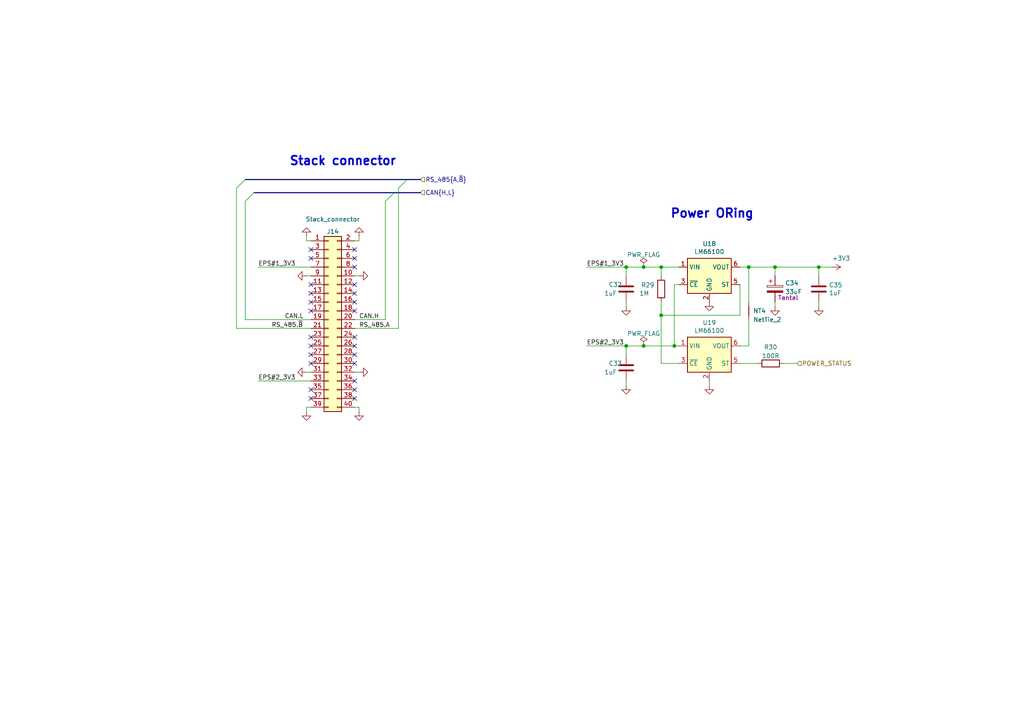
<source format=kicad_sch>
(kicad_sch (version 20211123) (generator eeschema)
  (paper "A4")
  (title_block (title "BUTCube - Flight controller") (date "2022-03-11") (rev "v1.0") (comment 1 "Author: Petr Malaník"))
  (lib_symbols
    (symbol "Connector_Generic:Conn_02x20_Odd_Even" (pin_names (offset 1.016) hide)
      (property "Reference" "J" (at 1.27 25.4 0))
      (property "Value" "Conn_02x20_Odd_Even" (at 1.27 -27.94 0))
      (symbol "Conn_02x20_Odd_Even_1_1"
        (rectangle (start -1.27 -25.273) (end 0 -25.527) (stroke (width 0.1524)))
        (rectangle (start -1.27 -22.733) (end 0 -22.987) (stroke (width 0.1524)))
        (rectangle (start -1.27 -20.193) (end 0 -20.447) (stroke (width 0.1524)))
        (rectangle (start -1.27 -17.653) (end 0 -17.907) (stroke (width 0.1524)))
        (rectangle (start -1.27 -15.113) (end 0 -15.367) (stroke (width 0.1524)))
        (rectangle (start -1.27 -12.573) (end 0 -12.827) (stroke (width 0.1524)))
        (rectangle (start -1.27 -10.033) (end 0 -10.287) (stroke (width 0.1524)))
        (rectangle (start -1.27 -7.493) (end 0 -7.747) (stroke (width 0.1524)))
        (rectangle (start -1.27 -4.953) (end 0 -5.207) (stroke (width 0.1524)))
        (rectangle (start -1.27 -2.413) (end 0 -2.667) (stroke (width 0.1524)))
        (rectangle (start -1.27 0.127) (end 0 -0.127) (stroke (width 0.1524)))
        (rectangle (start -1.27 2.667) (end 0 2.413) (stroke (width 0.1524)))
        (rectangle (start -1.27 5.207) (end 0 4.953) (stroke (width 0.1524)))
        (rectangle (start -1.27 7.747) (end 0 7.493) (stroke (width 0.1524)))
        (rectangle (start -1.27 10.287) (end 0 10.033) (stroke (width 0.1524)))
        (rectangle (start -1.27 12.827) (end 0 12.573) (stroke (width 0.1524)))
        (rectangle (start -1.27 15.367) (end 0 15.113) (stroke (width 0.1524)))
        (rectangle (start -1.27 17.907) (end 0 17.653) (stroke (width 0.1524)))
        (rectangle (start -1.27 20.447) (end 0 20.193) (stroke (width 0.1524)))
        (rectangle (start -1.27 22.987) (end 0 22.733) (stroke (width 0.1524)))
        (rectangle (start -1.27 24.13) (end 3.81 -26.67) (stroke (width 0.254)) (fill (type background)))
        (rectangle (start 3.81 -25.273) (end 2.54 -25.527) (stroke (width 0.1524)))
        (rectangle (start 3.81 -22.733) (end 2.54 -22.987) (stroke (width 0.1524)))
        (rectangle (start 3.81 -20.193) (end 2.54 -20.447) (stroke (width 0.1524)))
        (rectangle (start 3.81 -17.653) (end 2.54 -17.907) (stroke (width 0.1524)))
        (rectangle (start 3.81 -15.113) (end 2.54 -15.367) (stroke (width 0.1524)))
        (rectangle (start 3.81 -12.573) (end 2.54 -12.827) (stroke (width 0.1524)))
        (rectangle (start 3.81 -10.033) (end 2.54 -10.287) (stroke (width 0.1524)))
        (rectangle (start 3.81 -7.493) (end 2.54 -7.747) (stroke (width 0.1524)))
        (rectangle (start 3.81 -4.953) (end 2.54 -5.207) (stroke (width 0.1524)))
        (rectangle (start 3.81 -2.413) (end 2.54 -2.667) (stroke (width 0.1524)))
        (rectangle (start 3.81 0.127) (end 2.54 -0.127) (stroke (width 0.1524)))
        (rectangle (start 3.81 2.667) (end 2.54 2.413) (stroke (width 0.1524)))
        (rectangle (start 3.81 5.207) (end 2.54 4.953) (stroke (width 0.1524)))
        (rectangle (start 3.81 7.747) (end 2.54 7.493) (stroke (width 0.1524)))
        (rectangle (start 3.81 10.287) (end 2.54 10.033) (stroke (width 0.1524)))
        (rectangle (start 3.81 12.827) (end 2.54 12.573) (stroke (width 0.1524)))
        (rectangle (start 3.81 15.367) (end 2.54 15.113) (stroke (width 0.1524)))
        (rectangle (start 3.81 17.907) (end 2.54 17.653) (stroke (width 0.1524)))
        (rectangle (start 3.81 20.447) (end 2.54 20.193) (stroke (width 0.1524)))
        (rectangle (start 3.81 22.987) (end 2.54 22.733) (stroke (width 0.1524)))
        (pin passive line (at -5.08 22.86 0) (length 3.81) (name "Pin_1") (number "1"))
        (pin passive line (at 7.62 12.7 180) (length 3.81) (name "Pin_10") (number "10"))
        (pin passive line (at -5.08 10.16 0) (length 3.81) (name "Pin_11") (number "11"))
        (pin passive line (at 7.62 10.16 180) (length 3.81) (name "Pin_12") (number "12"))
        (pin passive line (at -5.08 7.62 0) (length 3.81) (name "Pin_13") (number "13"))
        (pin passive line (at 7.62 7.62 180) (length 3.81) (name "Pin_14") (number "14"))
        (pin passive line (at -5.08 5.08 0) (length 3.81) (name "Pin_15") (number "15"))
        (pin passive line (at 7.62 5.08 180) (length 3.81) (name "Pin_16") (number "16"))
        (pin passive line (at -5.08 2.54 0) (length 3.81) (name "Pin_17") (number "17"))
        (pin passive line (at 7.62 2.54 180) (length 3.81) (name "Pin_18") (number "18"))
        (pin passive line (at -5.08 0 0) (length 3.81) (name "Pin_19") (number "19"))
        (pin passive line (at 7.62 22.86 180) (length 3.81) (name "Pin_2") (number "2"))
        (pin passive line (at 7.62 0 180) (length 3.81) (name "Pin_20") (number "20"))
        (pin passive line (at -5.08 -2.54 0) (length 3.81) (name "Pin_21") (number "21"))
        (pin passive line (at 7.62 -2.54 180) (length 3.81) (name "Pin_22") (number "22"))
        (pin passive line (at -5.08 -5.08 0) (length 3.81) (name "Pin_23") (number "23"))
        (pin passive line (at 7.62 -5.08 180) (length 3.81) (name "Pin_24") (number "24"))
        (pin passive line (at -5.08 -7.62 0) (length 3.81) (name "Pin_25") (number "25"))
        (pin passive line (at 7.62 -7.62 180) (length 3.81) (name "Pin_26") (number "26"))
        (pin passive line (at -5.08 -10.16 0) (length 3.81) (name "Pin_27") (number "27"))
        (pin passive line (at 7.62 -10.16 180) (length 3.81) (name "Pin_28") (number "28"))
        (pin passive line (at -5.08 -12.7 0) (length 3.81) (name "Pin_29") (number "29"))
        (pin passive line (at -5.08 20.32 0) (length 3.81) (name "Pin_3") (number "3"))
        (pin passive line (at 7.62 -12.7 180) (length 3.81) (name "Pin_30") (number "30"))
        (pin passive line (at -5.08 -15.24 0) (length 3.81) (name "Pin_31") (number "31"))
        (pin passive line (at 7.62 -15.24 180) (length 3.81) (name "Pin_32") (number "32"))
        (pin passive line (at -5.08 -17.78 0) (length 3.81) (name "Pin_33") (number "33"))
        (pin passive line (at 7.62 -17.78 180) (length 3.81) (name "Pin_34") (number "34"))
        (pin passive line (at -5.08 -20.32 0) (length 3.81) (name "Pin_35") (number "35"))
        (pin passive line (at 7.62 -20.32 180) (length 3.81) (name "Pin_36") (number "36"))
        (pin passive line (at -5.08 -22.86 0) (length 3.81) (name "Pin_37") (number "37"))
        (pin passive line (at 7.62 -22.86 180) (length 3.81) (name "Pin_38") (number "38"))
        (pin passive line (at -5.08 -25.4 0) (length 3.81) (name "Pin_39") (number "39"))
        (pin passive line (at 7.62 20.32 180) (length 3.81) (name "Pin_4") (number "4"))
        (pin passive line (at 7.62 -25.4 180) (length 3.81) (name "Pin_40") (number "40"))
        (pin passive line (at -5.08 17.78 0) (length 3.81) (name "Pin_5") (number "5"))
        (pin passive line (at 7.62 17.78 180) (length 3.81) (name "Pin_6") (number "6"))
        (pin passive line (at -5.08 15.24 0) (length 3.81) (name "Pin_7") (number "7"))
        (pin passive line (at 7.62 15.24 180) (length 3.81) (name "Pin_8") (number "8"))
        (pin passive line (at -5.08 12.7 0) (length 3.81) (name "Pin_9") (number "9"))
      )
    )
    (symbol "Device:C" (pin_numbers hide) (pin_names (offset 0.254))
      (property "Reference" "C" (at 0.635 2.54 0))
      (property "Value" "C" (at 0.635 -2.54 0))
      (symbol "C_0_1"
        (polyline (pts (xy -2.032 -0.762) (xy 2.032 -0.762)) (stroke (width 0.508)))
        (polyline (pts (xy -2.032 0.762) (xy 2.032 0.762)) (stroke (width 0.508)))
      )
      (symbol "C_1_1"
        (pin passive line (at 0 3.81 270) (length 2.794) (name "~") (number "1"))
        (pin passive line (at 0 -3.81 90) (length 2.794) (name "~") (number "2"))
      )
    )
    (symbol "Device:C_Polarized" (pin_numbers hide) (pin_names (offset 0.254))
      (property "Reference" "C" (at 0.635 2.54 0))
      (property "Value" "C_Polarized" (at 0.635 -2.54 0))
      (symbol "C_Polarized_0_1"
        (rectangle (start -2.286 0.508) (end 2.286 1.016))
        (polyline (pts (xy -1.778 2.286) (xy -0.762 2.286)))
        (polyline (pts (xy -1.27 2.794) (xy -1.27 1.778)))
        (rectangle (start 2.286 -0.508) (end -2.286 -1.016) (fill (type outline)))
      )
      (symbol "C_Polarized_1_1"
        (pin passive line (at 0 3.81 270) (length 2.794) (name "~") (number "1"))
        (pin passive line (at 0 -3.81 90) (length 2.794) (name "~") (number "2"))
      )
    )
    (symbol "Device:NetTie_2" (pin_numbers hide) (pin_names (offset 0) hide)
      (property "Reference" "NT" (at 0 1.27 0))
      (property "Value" "NetTie_2" (at 0 -1.27 0))
      (symbol "NetTie_2_0_1"
        (polyline (pts (xy -1.27 0) (xy 1.27 0)) (stroke (width 0.254)))
      )
      (symbol "NetTie_2_1_1"
        (pin passive line (at -2.54 0 0) (length 2.54) (name "1") (number "1"))
        (pin passive line (at 2.54 0 180) (length 2.54) (name "2") (number "2"))
      )
    )
    (symbol "Device:R" (pin_numbers hide) (pin_names (offset 0))
      (property "Reference" "R" (at 2.032 0 90))
      (property "Value" "R" (at 0 0 90))
      (symbol "R_0_1"
        (rectangle (start -1.016 -2.54) (end 1.016 2.54) (stroke (width 0.254)))
      )
      (symbol "R_1_1"
        (pin passive line (at 0 3.81 270) (length 1.27) (name "~") (number "1"))
        (pin passive line (at 0 -3.81 90) (length 1.27) (name "~") (number "2"))
      )
    )
    (symbol "TCY_power_management:LM66100"
      (property "Reference" "U" (at 0 6.35 0))
      (property "Value" "LM66100" (at 0 8.89 0))
      (symbol "LM66100_0_1"
        (rectangle (start -6.35 5.08) (end 6.35 -5.08) (stroke (width 0.254)) (fill (type background)))
      )
      (symbol "LM66100_1_1"
        (pin power_in line (at -8.89 2.54 0) (length 2.54) (name "VIN") (number "1"))
        (pin passive line (at 0 -7.62 90) (length 2.54) (name "GND") (number "2"))
        (pin input line (at -8.89 -2.54 0) (length 2.54) (name "~{CE}") (number "3"))
        (pin output line (at 8.89 -2.54 180) (length 2.54) (name "ST") (number "5"))
        (pin power_out line (at 8.89 2.54 180) (length 2.54) (name "VOUT") (number "6"))
      )
    )
    (symbol "power:+3.3V" (power) (pin_names (offset 0))
      (property "Value" "+3.3V" (at 0 3.556 0))
      (symbol "+3.3V_0_1"
        (polyline (pts (xy -0.762 1.27) (xy 0 2.54)))
        (polyline (pts (xy 0 0) (xy 0 2.54)))
        (polyline (pts (xy 0 2.54) (xy 0.762 1.27)))
      )
      (symbol "+3.3V_1_1"
        (pin power_in line (at 0 0 90) (length 0) hide (name "+3V3") (number "1"))
      )
    )
    (symbol "power:GND" (power) (pin_names (offset 0))
      (property "Value" "GND" (at 0 -3.81 0))
      (symbol "GND_0_1"
        (polyline (pts (xy 0 0) (xy 0 -1.27) (xy 1.27 -1.27) (xy 0 -2.54) (xy -1.27 -1.27) (xy 0 -1.27)))
      )
      (symbol "GND_1_1"
        (pin power_in line (at 0 0 270) (length 0) hide (name "GND") (number "1"))
      )
    )
    (symbol "power:PWR_FLAG" (power) (pin_numbers hide) (pin_names (offset 0) hide)
      (property "Value" "PWR_FLAG" (at 0 3.81 0))
      (symbol "PWR_FLAG_0_0"
        (pin power_out line (at 0 0 90) (length 0) (name "pwr") (number "1"))
      )
      (symbol "PWR_FLAG_0_1"
        (polyline (pts (xy 0 0) (xy 0 1.27) (xy -1.016 1.905) (xy 0 2.54) (xy 1.016 1.905) (xy 0 1.27)))
      )
    )
  )
  (junction (at 237.49 77.47))
  (junction (at 181.61 77.47))
  (junction (at 195.58 100.33) (diameter 0.9144))
  (junction (at 186.69 100.33))
  (junction (at 191.77 77.47) (diameter 0.9144))
  (junction (at 186.69 77.47))
  (junction (at 191.77 91.44) (diameter 0.9144))
  (junction (at 224.79 77.47))
  (junction (at 181.61 100.33))
  (junction (at 217.17 77.47))
  (no_connect (at 102.87 85.09))
  (no_connect (at 90.17 82.55))
  (no_connect (at 102.87 105.41))
  (no_connect (at 90.17 97.79))
  (no_connect (at 102.87 102.87))
  (no_connect (at 90.17 113.03))
  (no_connect (at 102.87 110.49))
  (no_connect (at 90.17 115.57))
  (no_connect (at 102.87 97.79))
  (no_connect (at 102.87 90.17))
  (no_connect (at 90.17 74.93))
  (no_connect (at 102.87 113.03))
  (no_connect (at 102.87 87.63))
  (no_connect (at 90.17 85.09))
  (no_connect (at 102.87 74.93))
  (no_connect (at 90.17 90.17))
  (no_connect (at 90.17 72.39))
  (no_connect (at 102.87 72.39))
  (no_connect (at 90.17 105.41))
  (no_connect (at 90.17 102.87))
  (no_connect (at 102.87 77.47))
  (no_connect (at 102.87 115.57))
  (no_connect (at 102.87 82.55))
  (no_connect (at 102.87 100.33))
  (no_connect (at 90.17 100.33))
  (no_connect (at 90.17 87.63))
  (bus_entry (at 118.11 52.07) (size -2.54 2.54))
  (bus_entry (at 114.3 55.88) (size -2.54 2.54))
  (bus_entry (at 71.12 52.07) (size -2.54 2.54))
  (bus_entry (at 73.66 55.88) (size -2.54 2.54))
  (wire (pts (xy 102.87 118.11) (xy 104.14 118.11)))
  (wire (pts (xy 191.77 105.41) (xy 196.85 105.41)))
  (wire (pts (xy 88.9 119.38) (xy 88.9 118.11)))
  (wire (pts (xy 181.61 77.47) (xy 181.61 80.01)))
  (wire (pts (xy 195.58 100.33) (xy 196.85 100.33)))
  (wire (pts (xy 217.17 92.71) (xy 217.17 100.33)))
  (wire (pts (xy 170.18 77.47) (xy 181.61 77.47)))
  (wire (pts (xy 102.87 80.01) (xy 104.14 80.01)))
  (wire (pts (xy 186.69 77.47) (xy 191.77 77.47)))
  (wire (pts (xy 217.17 77.47) (xy 217.17 87.63)))
  (wire (pts (xy 104.14 69.85) (xy 104.14 68.58)))
  (wire (pts (xy 186.69 100.33) (xy 195.58 100.33)))
  (bus (pts (xy 71.12 52.07) (xy 118.11 52.07)))
  (wire (pts (xy 205.74 110.49) (xy 205.74 111.76)))
  (wire (pts (xy 90.17 80.01) (xy 88.9 80.01)))
  (wire (pts (xy 191.77 91.44) (xy 191.77 105.41)))
  (wire (pts (xy 181.61 100.33) (xy 181.61 102.87)))
  (wire (pts (xy 71.12 58.42) (xy 71.12 92.71)))
  (wire (pts (xy 237.49 77.47) (xy 241.3 77.47)))
  (wire (pts (xy 102.87 69.85) (xy 104.14 69.85)))
  (wire (pts (xy 237.49 87.63) (xy 237.49 88.9)))
  (wire (pts (xy 102.87 107.95) (xy 104.14 107.95)))
  (wire (pts (xy 181.61 77.47) (xy 186.69 77.47)))
  (wire (pts (xy 90.17 107.95) (xy 88.9 107.95)))
  (wire (pts (xy 224.79 87.63) (xy 224.79 88.9)))
  (wire (pts (xy 217.17 77.47) (xy 224.79 77.47)))
  (wire (pts (xy 214.63 100.33) (xy 217.17 100.33)))
  (wire (pts (xy 191.77 91.44) (xy 214.63 91.44)))
  (wire (pts (xy 181.61 87.63) (xy 181.61 88.9)))
  (wire (pts (xy 71.12 92.71) (xy 90.17 92.71)))
  (wire (pts (xy 196.85 82.55) (xy 195.58 82.55)))
  (wire (pts (xy 214.63 91.44) (xy 214.63 82.55)))
  (wire (pts (xy 191.77 77.47) (xy 191.77 80.01)))
  (wire (pts (xy 74.93 77.47) (xy 90.17 77.47)))
  (wire (pts (xy 214.63 77.47) (xy 217.17 77.47)))
  (wire (pts (xy 191.77 77.47) (xy 196.85 77.47)))
  (wire (pts (xy 224.79 77.47) (xy 237.49 77.47)))
  (wire (pts (xy 102.87 95.25) (xy 115.57 95.25)))
  (wire (pts (xy 102.87 92.71) (xy 111.76 92.71)))
  (wire (pts (xy 111.76 58.42) (xy 111.76 92.71)))
  (wire (pts (xy 104.14 118.11) (xy 104.14 119.38)))
  (wire (pts (xy 88.9 118.11) (xy 90.17 118.11)))
  (bus (pts (xy 114.3 55.88) (xy 121.92 55.88)))
  (wire (pts (xy 195.58 82.55) (xy 195.58 100.33)))
  (wire (pts (xy 181.61 110.49) (xy 181.61 111.76)))
  (wire (pts (xy 237.49 77.47) (xy 237.49 80.01)))
  (bus (pts (xy 73.66 55.88) (xy 114.3 55.88)))
  (wire (pts (xy 115.57 54.61) (xy 115.57 95.25)))
  (bus (pts (xy 118.11 52.07) (xy 121.92 52.07)))
  (wire (pts (xy 191.77 87.63) (xy 191.77 91.44)))
  (wire (pts (xy 170.18 100.33) (xy 181.61 100.33)))
  (wire (pts (xy 214.63 105.41) (xy 219.71 105.41)))
  (wire (pts (xy 88.9 68.58) (xy 88.9 69.85)))
  (wire (pts (xy 88.9 69.85) (xy 90.17 69.85)))
  (wire (pts (xy 74.93 110.49) (xy 90.17 110.49)))
  (wire (pts (xy 181.61 100.33) (xy 186.69 100.33)))
  (wire (pts (xy 224.79 77.47) (xy 224.79 80.01)))
  (wire (pts (xy 227.33 105.41) (xy 231.14 105.41)))
  (wire (pts (xy 68.58 95.25) (xy 90.17 95.25)))
  (wire (pts (xy 68.58 54.61) (xy 68.58 95.25)))
  (text "Stack connector" (at 83.82 48.26 0) (effects (font (size 2.5 2.5) (thickness 0.5) bold) (justify left bottom)))
  (text "Power ORing" (at 194.31 63.5 0) (effects (font (size 2.5 2.5) (thickness 0.5) bold) (justify left bottom)))
  (label "EPS#1_3V3" (at 74.93 77.47 0))
  (label "CAN.L" (at 82.55 92.71 0))
  (label "RS_485.~{B}" (at 78.74 95.25 0))
  (label "CAN.H" (at 104.14 92.71 0))
  (label "EPS#1_3V3" (at 170.18 77.47 0))
  (label "RS_485.A" (at 104.14 95.25 0))
  (label "EPS#2_3V3" (at 74.93 110.49 0))
  (label "EPS#2_3V3" (at 170.18 100.33 0))
  (hierarchical_label "CAN{H,L}" (shape input) (at 121.92 55.88 0))
  (hierarchical_label "RS_485{A,~{B}}" (shape input) (at 121.92 52.07 0))
  (hierarchical_label "POWER_STATUS" (shape input) (at 231.14 105.41 0))
  (symbol (lib_id "Device:R") (at 223.52 105.41 90) (unit 1)
    (property "Reference" "R30" (at 223.52 100.6942 90))
    (property "Value" "100R" (at 223.52 103.2311 90))
    (property "Footprint" "TCY_passives:R_0603_1608Metric" (effects hide))
  )
  (symbol (lib_id "Device:R") (at 191.77 83.82 0) (unit 1)
    (property "Reference" "R29" (at 185.9281 82.6706 0) (effects (justify left)))
    (property "Value" "1M" (at 185.42 85.09 0) (effects (justify left)))
    (property "Footprint" "TCY_passives:R_0603_1608Metric" (effects hide))
  )
  (symbol (lib_id "power:GND") (at 104.14 80.01 90) (unit 1)
    (property "Reference" "#PWR0136" (effects hide))
    (property "Value" "GND" (effects hide))
  )
  (symbol (lib_id "Connector_Generic:Conn_02x20_Odd_Even") (at 95.25 92.71 0) (unit 1)
    (property "Reference" "J14" (at 96.52 67.1534 0))
    (property "Value" "Stack_connector" (at 96.52 63.5785 0))
    (property "Footprint" "Connector_PinSocket_2.54mm:PinSocket_2x20_P2.54mm_Vertical" (effects hide))
  )
  (symbol (lib_id "power:GND") (at 181.61 88.9 0) (unit 1)
    (property "Reference" "#PWR0139" (effects hide))
    (property "Value" "GND" (effects hide))
  )
  (symbol (lib_id "power:GND") (at 237.49 88.9 0) (unit 1)
    (property "Reference" "#PWR0144" (effects hide))
    (property "Value" "GND" (effects hide))
  )
  (symbol (lib_id "TCY_power_management:LM66100") (at 205.74 80.01 0) (unit 1)
    (property "Reference" "U18" (at 205.74 70.7198 0))
    (property "Value" "LM66100" (at 205.74 73.0185 0))
    (property "Footprint" "Package_TO_SOT_SMD:SOT-363_SC-70-6" (effects hide))
    (property "Datasheet" "https://www.ti.com/lit/ds/symlink/lm66100.pdf?ts=1611216893994&ref_url=https%253A%252F%252Fwww.google.com%252F" (effects hide))
  )
  (symbol (lib_id "Device:C") (at 181.61 106.68 0) (unit 1)
    (property "Reference" "C33" (at 176.53 105.41 0) (effects (justify left)))
    (property "Value" "1uF" (at 175.26 107.95 0) (effects (justify left)))
    (property "Footprint" "TCY_passives:C_0603_1608Metric" (effects hide))
  )
  (symbol (lib_id "power:GND") (at 205.74 87.63 0) (unit 1)
    (property "Reference" "#PWR0141" (effects hide))
    (property "Value" "GND" (effects hide))
  )
  (symbol (lib_id "power:GND") (at 181.61 111.76 0) (unit 1)
    (property "Reference" "#PWR0140" (effects hide))
    (property "Value" "GND" (effects hide))
  )
  (symbol (lib_id "Device:C") (at 181.61 83.82 0) (unit 1)
    (property "Reference" "C32" (at 176.53 82.55 0) (effects (justify left)))
    (property "Value" "1uF" (at 175.26 85.09 0) (effects (justify left)))
    (property "Footprint" "TCY_passives:C_0603_1608Metric" (effects hide))
  )
  (symbol (lib_id "power:GND") (at 88.9 80.01 270) (unit 1)
    (property "Reference" "#PWR0132" (effects hide))
    (property "Value" "GND" (effects hide))
  )
  (symbol (lib_id "power:GND") (at 88.9 119.38 0) (unit 1)
    (property "Reference" "#PWR0134" (effects hide))
    (property "Value" "GND" (effects hide))
  )
  (symbol (lib_id "power:GND") (at 104.14 68.58 180) (unit 1)
    (property "Reference" "#PWR0135" (effects hide))
    (property "Value" "GND" (effects hide))
  )
  (symbol (lib_id "Device:C") (at 237.49 83.82 0) (unit 1)
    (property "Reference" "C35" (at 240.4111 82.6706 0) (effects (justify left)))
    (property "Value" "1uF" (at 240.411 84.969 0) (effects (justify left)))
    (property "Footprint" "TCY_passives:C_0603_1608Metric" (effects hide))
  )
  (symbol (lib_id "TCY_power_management:LM66100") (at 205.74 102.87 0) (unit 1)
    (property "Reference" "U19" (at 205.74 93.5798 0))
    (property "Value" "LM66100" (at 205.74 95.8785 0))
    (property "Footprint" "Package_TO_SOT_SMD:SOT-363_SC-70-6" (effects hide))
    (property "Datasheet" "https://www.ti.com/lit/ds/symlink/lm66100.pdf?ts=1611216893994&ref_url=https%253A%252F%252Fwww.google.com%252F" (effects hide))
  )
  (symbol (lib_id "power:GND") (at 104.14 119.38 0) (unit 1)
    (property "Reference" "#PWR0138" (effects hide))
    (property "Value" "GND" (effects hide))
  )
  (symbol (lib_id "power:GND") (at 224.79 88.9 0) (unit 1)
    (property "Reference" "#PWR0143" (effects hide))
    (property "Value" "GND" (effects hide))
  )
  (symbol (lib_id "power:GND") (at 104.14 107.95 90) (unit 1)
    (property "Reference" "#PWR0137" (effects hide))
    (property "Value" "GND" (effects hide))
  )
  (symbol (lib_id "power:+3.3V") (at 241.3 77.47 270) (unit 1)
    (property "Reference" "#PWR0145" (effects hide))
    (property "Value" "+3.3V" (at 241.3 74.93 90) (effects (justify left)))
  )
  (symbol (lib_id "power:PWR_FLAG") (at 186.69 100.33 0) (unit 1)
    (property "Reference" "#FLG05" (effects hide))
    (property "Value" "PWR_FLAG" (at 186.69 96.7542 0))
  )
  (symbol (lib_id "power:GND") (at 88.9 68.58 180) (unit 1)
    (property "Reference" "#PWR0131" (effects hide))
    (property "Value" "GND" (effects hide))
  )
  (symbol (lib_id "power:GND") (at 205.74 111.76 0) (unit 1)
    (property "Reference" "#PWR0142" (effects hide))
    (property "Value" "GND" (effects hide))
  )
  (symbol (lib_id "power:PWR_FLAG") (at 186.69 77.47 0) (unit 1)
    (property "Reference" "#FLG04" (effects hide))
    (property "Value" "PWR_FLAG" (at 186.69 73.8942 0))
  )
  (symbol (lib_id "Device:C_Polarized") (at 224.79 83.82 0) (unit 1)
    (property "Reference" "C34" (at 227.711 82.0963 0) (effects (justify left)))
    (property "Value" "33uF" (at 227.711 84.6332 0) (effects (justify left)))
    (property "Footprint" "Capacitor_SMD:C_1206_3216Metric" (effects hide))
    (property "Type;" "Tantal" (at 228.6 86.36 0))
  )
  (symbol (lib_id "power:GND") (at 88.9 107.95 270) (unit 1)
    (property "Reference" "#PWR0133" (effects hide))
    (property "Value" "GND" (effects hide))
  )
  (symbol (lib_id "Device:NetTie_2") (at 217.17 90.17 90) (unit 1)
    (property "Reference" "NT4" (at 218.44 90.17 90) (effects (justify right)))
    (property "Value" "NetTie_2" (at 218.44 92.71 90) (effects (justify right)))
    (property "Footprint" "TCY_net_ties:NetTie-2_SMD_Pad0.25mm" (effects hide))
  )
)
</source>
